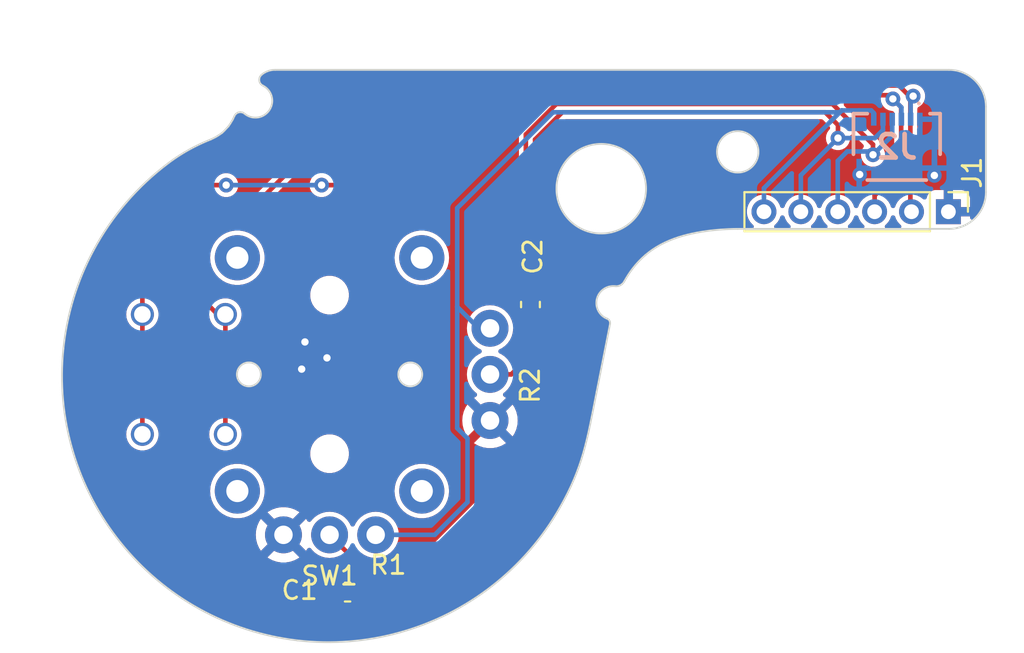
<source format=kicad_pcb>
(kicad_pcb (version 20240108) (generator "pcbnew") (generator_version "8.0")
  (layers (0 "F.Cu" signal) (31 "B.Cu" signal) (34 "B.Paste" user) (35 "F.Paste" user) (36 "B.SilkS" user "B.Silkscreen") (37 "F.SilkS" user "F.Silkscreen") (38 "B.Mask" user) (39 "F.Mask" user) (44 "Edge.Cuts" user))
  (net 0 "")
  (net 1 "GND")
  (net 2 "RS_B_IN")
  (net 3 "RS_B_OUT")
  (net 4 "RY")
  (net 5 "RX")
  (net 6 "+3V3")
  (net 7 "Net-(SW1-X_OUT)")
  (net 8 "Net-(SW1-Y_OUT)")
  (footprint "Capacitor_SMD:C_0603_1608Metric_Pad1.08x0.95mm_HandSolder" (layer "F.Cu") (at 248.1834 161.4932)
    (property "Reference" "C1" (at -2.6 -0.1 0) (layer "F.SilkS"))
    (property "Value" ".047u" (hide yes))
    (fp_line (start -0.146267 -0.51) (end 0.146267 -0.51) (stroke (width 0.12)) (layer "F.SilkS"))
    (fp_line (start -0.146267 0.51) (end 0.146267 0.51) (stroke (width 0.12)) (layer "F.SilkS"))
    (pad "1" smd roundrect (at -0.8625 0) (size 1.075 0.95) (layers "F.Cu" "F.Paste" "F.Mask") (net 1 "GND"))
    (pad "2" smd roundrect (at 0.8625 0) (size 1.075 0.95) (layers "F.Cu" "F.Paste" "F.Mask") (net 5 "RX"))
  )
  (footprint "Resistor_SMD:R_0201_0603Metric" (layer "F.Cu") (at 248.6914 160.3248)
    (property "Reference" "R1" (at 1.7 -0.3 0) (layer "F.SilkS"))
    (property "Value" "1k" (hide yes))
    (pad "1" smd roundrect (at -0.32 0) (size 0.46 0.4) (layers "F.Cu" "F.Mask") (net 7 "Net-(SW1-X_OUT)"))
    (pad "2" smd roundrect (at 0.32 0) (size 0.46 0.4) (layers "F.Cu" "F.Mask") (net 5 "RX"))
  )
  (footprint "hhl:GL1807SYAE" (layer "F.Cu") (at 247.2072 149.688518)
    (property "Reference" "SW1" (at 0 10.922 0) (layer "F.SilkS"))
    (property "Value" "GL18_SW")
    (pad "" thru_hole circle (at -5 -6.325) (size 2.45 2.45) (drill 1.2) (layers "*.Cu" "*.Mask"))
    (pad "" thru_hole circle (at -5 6.325) (size 2.45 2.45) (drill 1.2) (layers "*.Cu" "*.Mask"))
    (pad "" np_thru_hole circle (at 0 -4.3) (size 1.6 1.6) (drill 1.6) (layers "F&B.Cu" "*.Mask"))
    (pad "" np_thru_hole circle (at 0 4.3) (size 1.6 1.6) (drill 1.6) (layers "F&B.Cu" "*.Mask"))
    (pad "" thru_hole circle (at 5 -6.325) (size 2.45 2.45) (drill 1.2) (layers "*.Cu" "*.Mask"))
    (pad "" thru_hole circle (at 5 6.325) (size 2.45 2.45) (drill 1.2) (layers "*.Cu" "*.Mask"))
    (pad "S1" thru_hole circle (at -5.65 -3.25) (size 1.25 1.25) (drill 0.9) (layers "*.Cu" "*.Mask") (net 3 "RS_B_OUT"))
    (pad "S2" thru_hole circle (at -5.65 3.25) (size 1.25 1.25) (drill 0.9) (layers "*.Cu" "*.Mask") (net 3 "RS_B_OUT"))
    (pad "S3" thru_hole circle (at -10.15 -3.25) (size 1.25 1.25) (drill 0.9) (layers "*.Cu" "*.Mask") (net 2 "RS_B_IN"))
    (pad "S4" thru_hole circle (at -10.15 3.25) (size 1.25 1.25) (drill 0.9) (layers "*.Cu" "*.Mask") (net 2 "RS_B_IN"))
    (pad "X1" thru_hole circle (at -2.5 8.7) (size 2 2) (drill 1) (layers "*.Cu" "*.Mask") (net 1 "GND"))
    (pad "X2" thru_hole circle (at 0 8.7) (size 2 2) (drill 1) (layers "*.Cu" "*.Mask") (net 7 "Net-(SW1-X_OUT)"))
    (pad "X3" thru_hole circle (at 2.5 8.7) (size 2 2) (drill 1) (layers "*.Cu" "*.Mask") (net 6 "+3V3"))
    (pad "Y1" thru_hole circle (at 8.7 2.5) (size 2 2) (drill 1) (layers "*.Cu" "*.Mask") (net 1 "GND"))
    (pad "Y2" thru_hole circle (at 8.7 0) (size 2 2) (drill 1) (layers "*.Cu" "*.Mask") (net 8 "Net-(SW1-Y_OUT)"))
    (pad "Y3" thru_hole circle (at 8.7 -2.5) (size 2 2) (drill 1) (layers "*.Cu" "*.Mask") (net 6 "+3V3"))
  )
  (footprint "Connector_PinHeader_2.00mm:PinHeader_1x06_P2.00mm_Vertical" (layer "F.Cu") (at 280.761001 140.867407 -90)
    (property "Reference" "J1" (at -2.117407 -1.288999 90) (layer "F.SilkS"))
    (property "Value" "Conn_01x06_Pin" (hide yes))
    (fp_line (start -1.06 11.06) (end 1.06 11.06) (stroke (width 0.12)) (layer "F.SilkS"))
    (fp_line (start -1.06 1) (end -1.06 11.06) (stroke (width 0.12)) (layer "F.SilkS"))
    (fp_line (start -1.06 1) (end 1.06 1) (stroke (width 0.12)) (layer "F.SilkS"))
    (fp_line (start 1.06 1) (end 1.06 11.06) (stroke (width 0.12)) (layer "F.SilkS"))
    (fp_line (start -1.06 0) (end -1.06 -1.06) (stroke (width 0.12)) (layer "F.SilkS"))
    (fp_line (start -1.06 -1.06) (end 0 -1.06) (stroke (width 0.12)) (layer "F.SilkS"))
    (pad "1" thru_hole rect (at 0 0 270) (size 1.35 1.35) (drill 0.8) (layers "*.Cu" "*.Mask") (net 1 "GND"))
    (pad "2" thru_hole oval (at 0 2 270) (size 1.35 1.35) (drill 0.8) (layers "*.Cu" "*.Mask") (net 3 "RS_B_OUT"))
    (pad "3" thru_hole oval (at 0 4 270) (size 1.35 1.35) (drill 0.8) (layers "*.Cu" "*.Mask") (net 2 "RS_B_IN"))
    (pad "4" thru_hole oval (at 0 6 270) (size 1.35 1.35) (drill 0.8) (layers "*.Cu" "*.Mask") (net 4 "RY"))
    (pad "5" thru_hole oval (at 0 8 270) (size 1.35 1.35) (drill 0.8) (layers "*.Cu" "*.Mask") (net 5 "RX"))
    (pad "6" thru_hole oval (at 0 10 270) (size 1.35 1.35) (drill 0.8) (layers "*.Cu" "*.Mask") (net 6 "+3V3"))
  )
  (footprint "Capacitor_SMD:C_0603_1608Metric_Pad1.08x0.95mm_HandSolder" (layer "F.Cu") (at 258.1 145.9 -90)
    (property "Reference" "C2" (at -2.6 -0.125 90) (layer "F.SilkS"))
    (property "Value" ".047u" (hide yes))
    (fp_line (start -0.146267 0.51) (end 0.146267 0.51) (stroke (width 0.12)) (layer "F.SilkS"))
    (fp_line (start -0.146267 -0.51) (end 0.146267 -0.51) (stroke (width 0.12)) (layer "F.SilkS"))
    (pad "1" smd roundrect (at -0.8625 0 270) (size 1.075 0.95) (layers "F.Cu" "F.Paste" "F.Mask") (net 1 "GND"))
    (pad "2" smd roundrect (at 0.8625 0 270) (size 1.075 0.95) (layers "F.Cu" "F.Paste" "F.Mask") (net 4 "RY"))
  )
  (footprint "Resistor_SMD:R_0201_0603Metric" (layer "F.Cu") (at 257.8354 148.59 90)
    (property "Reference" "R2" (at -1.7 0.25 -90) (layer "F.SilkS"))
    (property "Value" "1k" (hide yes))
    (pad "1" smd roundrect (at -0.32 0 90) (size 0.46 0.4) (layers "F.Cu" "F.Mask") (net 8 "Net-(SW1-Y_OUT)"))
    (pad "2" smd roundrect (at 0.32 0 90) (size 0.46 0.4) (layers "F.Cu" "F.Mask") (net 4 "RY"))
  )
  (footprint "hhl:5034800640" (layer "B.Cu") (at 277.963716 137.350698 180)
    (property "Reference" "J2" (at 0 0 0) (layer "B.SilkS") (effects (font (size 1.27 1.27) (thickness 0.254)) (justify mirror)))
    (property "Value" "503480-0640" (hide yes))
    (fp_line (start 2.35 1.8) (end 2.35 -0.4) (stroke (width 0.2)) (layer "B.SilkS"))
    (fp_line (start 1.6 1.8) (end 2.35 1.8) (stroke (width 0.2)) (layer "B.SilkS"))
    (fp_line (start -1.2 2.4) (end -1.2 2.4) (stroke (width 0.1)) (layer "B.SilkS"))
    (fp_line (start -1.2 2.3) (end -1.2 2.3) (stroke (width 0.1)) (layer "B.SilkS"))
    (fp_line (start -1.6 -1.8) (end 1.6 -1.8) (stroke (width 0.2)) (layer "B.SilkS"))
    (fp_line (start -1.8 1.8) (end -2.35 1.8) (stroke (width 0.2)) (layer "B.SilkS"))
    (fp_line (start -2.35 1.8) (end -2.35 -0.4) (stroke (width 0.2)) (layer "B.SilkS"))
    (fp_arc (start -1.2 2.4) (mid -1.25 2.35) (end -1.2 2.3) (stroke (width 0.1)) (layer "B.SilkS"))
    (fp_arc (start -1.2 2.3) (mid -1.15 2.35) (end -1.2 2.4) (stroke (width 0.1)) (layer "B.SilkS"))
    (pad "1" smd rect (at -1.25 1.5 180) (size 0.3 0.7) (layers "B.Cu" "B.Paste" "B.Mask") (net 1 "GND"))
    (pad "2" smd rect (at -0.75 1.5 180) (size 0.3 0.7) (layers "B.Cu" "B.Paste" "B.Mask") (net 3 "RS_B_OUT"))
    (pad "3" smd rect (at -0.25 1.5 180) (size 0.3 0.7) (layers "B.Cu" "B.Paste" "B.Mask") (net 2 "RS_B_IN"))
    (pad "4" smd rect (at 0.25 1.5 180) (size 0.3 0.7) (layers "B.Cu" "B.Paste" "B.Mask") (net 4 "RY"))
    (pad "5" smd rect (at 0.75 1.5 180) (size 0.3 0.7) (layers "B.Cu" "B.Paste" "B.Mask") (net 5 "RX"))
    (pad "6" smd rect (at 1.25 1.5 180) (size 0.3 0.7) (layers "B.Cu" "B.Paste" "B.Mask") (net 6 "+3V3"))
    (pad "MP1" smd rect (at -2.04 -1.15 180) (size 0.3 1) (layers "B.Cu" "B.Paste" "B.Mask") (net 1 "GND"))
    (pad "MP2" smd rect (at 2.04 -1.15 180) (size 0.3 1) (layers "B.Cu" "B.Paste" "B.Mask") (net 1 "GND"))
  )
  (gr_curve (pts (xy 236.182716 140.373821) (xy 235.498868 141.170014) (xy 234.903887 142.038443) (xy 234.408371 142.963672)) (stroke (width 0.1)) (layer "Edge.Cuts"))
  (gr_curve (pts (xy 262.416512 146.875826) (xy 262.419466 146.901486) (xy 262.418425 146.927449) (xy 262.413427 146.952791)) (stroke (width 0.1)) (layer "Edge.Cuts"))
  (gr_curve (pts (xy 264.33381 143.213824) (xy 264.840979 142.782004) (xy 265.432345 142.469536) (xy 266.125889 142.247344)) (stroke (width 0.1)) (layer "Edge.Cuts"))
  (gr_arc (start 243.517695 133.447452) (mid 243.86174 133.246104) (end 244.25418 133.176111) (stroke (width 0.1)) (layer "Edge.Cuts"))
  (gr_curve (pts (xy 261.687781 150.631904) (xy 261.929663 149.405533) (xy 262.171545 148.179162) (xy 262.413427 146.952791)) (stroke (width 0.1)) (layer "Edge.Cuts"))
  (gr_curve (pts (xy 262.396021 146.801576) (xy 262.406646 146.825118) (xy 262.413559 146.850166) (xy 262.416512 146.875826)) (stroke (width 0.1)) (layer "Edge.Cuts"))
  (gr_curve (pts (xy 233.286784 153.849988) (xy 233.8177 155.652394) (xy 234.69568 157.33392) (xy 235.871146 158.800026)) (stroke (width 0.1)) (layer "Edge.Cuts"))
  (gr_arc (start 262.258094 146.671154) (mid 261.69711 145.598301) (end 262.689001 144.904134) (stroke (width 0.1)) (layer "Edge.Cuts"))
  (gr_curve (pts (xy 245.457574 164.109906) (xy 247.323163 164.328607) (xy 249.213601 164.181329) (xy 251.022835 163.676242)) (stroke (width 0.1)) (layer "Edge.Cuts"))
  (gr_curve (pts (xy 240.14013 162.398991) (xy 241.784364 163.309899) (xy 243.590696 163.891054) (xy 245.457574 164.109906)) (stroke (width 0.1)) (layer "Edge.Cuts"))
  (gr_arc (start 243.589841 134.027633) (mid 243.951806 135.351149) (end 242.594525 135.552392) (stroke (width 0.1)) (layer "Edge.Cuts"))
  (gr_curve (pts (xy 266.125889 142.247344) (xy 267.437638 141.827097) (xy 268.899751 141.798227) (xy 269.339269 141.798227)) (stroke (width 0.1)) (layer "Edge.Cuts"))
  (gr_curve (pts (xy 242.123835 135.571284) (xy 242.156289 135.539286) (xy 242.194682 135.513934) (xy 242.236854 135.496653)) (stroke (width 0.1)) (layer "Edge.Cuts"))
  (gr_curve (pts (xy 242.04761 135.683234) (xy 242.065487 135.641311) (xy 242.091381 135.603281) (xy 242.123835 135.571284)) (stroke (width 0.1)) (layer "Edge.Cuts"))
  (gr_curve (pts (xy 232.774982 148.296871) (xy 232.582661 150.163609) (xy 232.756548 152.049892) (xy 233.286784 153.849988)) (stroke (width 0.1)) (layer "Edge.Cuts"))
  (gr_circle (center 251.5822 149.688518) (end 250.9322 149.688518) (stroke (width 0.1)) (fill none) (layer "Edge.Cuts"))
  (gr_curve (pts (xy 234.408371 142.963672) (xy 233.522291 144.618165) (xy 232.967327 146.429893) (xy 232.774982 148.296871)) (stroke (width 0.1)) (layer "Edge.Cuts"))
  (gr_arc (start 238.47358 138.230022) (mid 239.5728 137.5156) (end 240.757606 136.954424) (stroke (width 0.1)) (layer "Edge.Cuts"))
  (gr_curve (pts (xy 262.339918 146.722765) (xy 262.363571 146.745131) (xy 262.38263 146.771904) (xy 262.396021 146.801576)) (stroke (width 0.1)) (layer "Edge.Cuts"))
  (gr_circle (center 242.8322 149.688518) (end 242.1822 149.688518) (stroke (width 0.1)) (fill none) (layer "Edge.Cuts"))
  (gr_curve (pts (xy 238.47358 138.230022) (xy 237.634302 138.859248) (xy 236.866138 139.578124) (xy 236.182716 140.373821)) (stroke (width 0.1)) (layer "Edge.Cuts"))
  (gr_line (start 269.339269 141.798227) (end 280.79541 141.798227) (stroke (width 0.1)) (layer "Edge.Cuts"))
  (gr_circle (center 261.937726 139.619733) (end 259.507726 139.619733) (stroke (width 0.1)) (fill none) (layer "Edge.Cuts"))
  (gr_curve (pts (xy 259.6752 156.938683) (xy 260.947044 154.71543) (xy 261.163485 153.290147) (xy 261.687781 150.631904)) (stroke (width 0.1)) (layer "Edge.Cuts"))
  (gr_arc (start 243.589841 134.027633) (mid 243.397445 133.756981) (end 243.517695 133.447452) (stroke (width 0.1)) (layer "Edge.Cuts"))
  (gr_line (start 280.79541 133.176111) (end 244.25418 133.176111) (stroke (width 0.1)) (layer "Edge.Cuts"))
  (gr_curve (pts (xy 251.022835 163.676242) (xy 252.834993 163.170339) (xy 254.531141 162.315171) (xy 256.015561 161.158883)) (stroke (width 0.1)) (layer "Edge.Cuts"))
  (gr_curve (pts (xy 263.180662 144.650874) (xy 263.442841 144.181174) (xy 263.796421 143.671376) (xy 264.33381 143.213824)) (stroke (width 0.1)) (layer "Edge.Cuts"))
  (gr_curve (pts (xy 235.871146 158.800026) (xy 237.046357 160.265812) (xy 238.496527 161.488432) (xy 240.14013 162.398991)) (stroke (width 0.1)) (layer "Edge.Cuts"))
  (gr_curve (pts (xy 242.04761 135.683234) (xy 242.020787 135.74614) (xy 241.992431 135.806999) (xy 241.962596 135.865913)) (stroke (width 0.1)) (layer "Edge.Cuts"))
  (gr_curve (pts (xy 263.055454 144.79838) (xy 263.004514 144.838926) (xy 262.946141 144.869136) (xy 262.88362 144.887307)) (stroke (width 0.1)) (layer "Edge.Cuts"))
  (gr_curve (pts (xy 256.015561 161.158883) (xy 257.498301 160.003905) (xy 258.741827 158.570271) (xy 259.6752 156.938683)) (stroke (width 0.1)) (layer "Edge.Cuts"))
  (gr_curve (pts (xy 242.236854 135.496653) (xy 242.279026 135.479373) (xy 242.324171 135.470494) (xy 242.369746 135.470518)) (stroke (width 0.1)) (layer "Edge.Cuts"))
  (gr_arc (start 280.79541 133.176111) (mid 282.209624 133.761897) (end 282.79541 135.176111) (stroke (width 0.1)) (layer "Edge.Cuts"))
  (gr_arc (start 282.79541 139.798227) (mid 282.209624 141.212441) (end 280.79541 141.798227) (stroke (width 0.1)) (layer "Edge.Cuts"))
  (gr_circle (center 269.339269 137.621378) (end 268.214269 137.621378) (stroke (width 0.1)) (fill none) (layer "Edge.Cuts"))
  (gr_line (start 282.79541 139.798227) (end 282.79541 135.176111) (stroke (width 0.1)) (layer "Edge.Cuts"))
  (gr_curve (pts (xy 263.180662 144.650874) (xy 263.148929 144.707724) (xy 263.106395 144.757833) (xy 263.055454 144.79838)) (stroke (width 0.1)) (layer "Edge.Cuts"))
  (gr_curve (pts (xy 241.379633 136.594202) (xy 241.133714 136.769246) (xy 241.046288 136.822058) (xy 240.757606 136.954424)) (stroke (width 0.1)) (layer "Edge.Cuts"))
  (gr_curve (pts (xy 242.369746 135.470518) (xy 242.41054 135.47054) (xy 242.451017 135.477693) (xy 242.489348 135.491654)) (stroke (width 0.1)) (layer "Edge.Cuts"))
  (gr_curve (pts (xy 241.962596 135.865913) (xy 241.845174 136.068866) (xy 241.78793 136.154711) (xy 241.72709 136.236165)) (stroke (width 0.1)) (layer "Edge.Cuts"))
  (gr_curve (pts (xy 262.258094 146.671154) (xy 262.288468 146.682866) (xy 262.316264 146.700398) (xy 262.339918 146.722765)) (stroke (width 0.1)) (layer "Edge.Cuts"))
  (gr_curve (pts (xy 242.489348 135.491654) (xy 242.527678 135.505616) (xy 242.563274 135.526171) (xy 242.594525 135.552392)) (stroke (width 0.1)) (layer "Edge.Cuts"))
  (gr_curve (pts (xy 241.72709 136.236165) (xy 241.526644 136.459897) (xy 241.45499 136.529043) (xy 241.379633 136.594202)) (stroke (width 0.1)) (layer "Edge.Cuts"))
  (gr_curve (pts (xy 262.88362 144.887307) (xy 262.820486 144.905657) (xy 262.754348 144.911375) (xy 262.689001 144.904134)) (stroke (width 0.1)) (layer "Edge.Cuts"))
  (segment (start 244.838518 158.788518) (end 244.7 158.65) (width 0.25) (layer "F.Cu") (net 1))
  (via (at 280 138.9) (size 0.8) (drill 0.4) (layers "F.Cu" "B.Cu") (net 1))
  (via (at 245.872 147.9296) (size 0.8) (drill 0.4) (layers "F.Cu" "B.Cu") (net 1))
  (via (at 245.6942 149.4028) (size 0.8) (drill 0.4) (layers "F.Cu" "B.Cu") (net 1))
  (via (at 275.95 138.85) (size 0.8) (drill 0.4) (layers "F.Cu" "B.Cu") (net 1))
  (via (at 247.0658 148.7932) (size 0.8) (drill 0.4) (layers "F.Cu" "B.Cu") (net 1))
  (segment (start 275.923716 138.500698) (end 275.923716 138.823716) (width 0.25) (layer "B.Cu") (net 1))
  (segment (start 280.003716 138.896284) (end 280 138.9) (width 0.25) (layer "B.Cu") (net 1))
  (segment (start 280.003716 138.500698) (end 280.003716 138.896284) (width 0.25) (layer "B.Cu") (net 1))
  (segment (start 244.961482 158.388518) (end 244.7 158.65) (width 0.25) (layer "B.Cu") (net 1))
  (segment (start 237.0572 142.4678) (end 237.0572 146.438518) (width 0.25) (layer "F.Cu") (net 2))
  (segment (start 277.75 134.75) (end 278.2 135.2) (width 0.25) (layer "F.Cu") (net 2))
  (segment (start 257.275 134.55) (end 252.4 139.425) (width 0.25) (layer "F.Cu") (net 2))
  (segment (start 241.6 139.425) (end 240.1 139.425) (width 0.25) (layer "F.Cu") (net 2))
  (segment (start 278.2 138.55) (end 276.761001 139.988999) (width 0.25) (layer "F.Cu") (net 2))
  (segment (start 277.55 134.55) (end 257.275 134.55) (width 0.25) (layer "F.Cu") (net 2))
  (segment (start 278.2 135.2) (end 278.2 138.55) (width 0.25) (layer "F.Cu") (net 2))
  (segment (start 276.761001 139.988999) (end 276.761001 140.867407) (width 0.25) (layer "F.Cu") (net 2))
  (segment (start 277.75 134.75) (end 277.55 134.55) (width 0.25) (layer "F.Cu") (net 2))
  (segment (start 237.0572 146.438518) (end 237.0572 152.938518) (width 0.25) (layer "F.Cu") (net 2))
  (segment (start 252.4 139.425) (end 246.775 139.425) (width 0.25) (layer "F.Cu") (net 2))
  (segment (start 240.1 139.425) (end 237.0572 142.4678) (width 0.25) (layer "F.Cu") (net 2))
  (via (at 241.6 139.425) (size 0.8) (drill 0.4) (layers "F.Cu" "B.Cu") (net 2))
  (via (at 277.75 134.75) (size 0.8) (drill 0.4) (layers "F.Cu" "B.Cu") (net 2))
  (via (at 246.775 139.425) (size 0.8) (drill 0.4) (layers "F.Cu" "B.Cu") (net 2))
  (segment (start 277.75 134.75) (end 278.213716 135.213716) (width 0.25) (layer "B.Cu") (net 2))
  (segment (start 246.775 139.425) (end 241.6 139.425) (width 0.25) (layer "B.Cu") (net 2))
  (segment (start 278.213716 135.213716) (end 278.213716 135.850698) (width 0.25) (layer "B.Cu") (net 2))
  (segment (start 242.95 140.725) (end 240.75 140.725) (width 0.25) (layer "F.Cu") (net 3))
  (segment (start 278.7 140.806406) (end 278.761001 140.867407) (width 0.25) (layer "F.Cu") (net 3))
  (segment (start 278.85 134.6) (end 278.65 134.6) (width 0.25) (layer "F.Cu") (net 3))
  (segment (start 241.5572 152.938518) (end 241.5572 146.438518) (width 0.25) (layer "F.Cu") (net 3))
  (segment (start 257.075 134.025) (end 252.575 138.525) (width 0.25) (layer "F.Cu") (net 3))
  (segment (start 278.85 134.6) (end 278.7 134.75) (width 0.25) (layer "F.Cu") (net 3))
  (segment (start 252.575 138.525) (end 245.15 138.525) (width 0.25) (layer "F.Cu") (net 3))
  (segment (start 239.3 144.6) (end 241.138518 146.438518) (width 0.25) (layer "F.Cu") (net 3))
  (segment (start 240.75 140.725) (end 239.3 142.175) (width 0.25) (layer "F.Cu") (net 3))
  (segment (start 278.65 134.6) (end 278.075 134.025) (width 0.25) (layer "F.Cu") (net 3))
  (segment (start 241.138518 146.438518) (end 241.5572 146.438518) (width 0.25) (layer "F.Cu") (net 3))
  (segment (start 278.075 134.025) (end 257.075 134.025) (width 0.25) (layer "F.Cu") (net 3))
  (segment (start 239.3 142.175) (end 239.3 144.6) (width 0.25) (layer "F.Cu") (net 3))
  (segment (start 278.7 134.75) (end 278.7 140.806406) (width 0.25) (layer "F.Cu") (net 3))
  (segment (start 245.15 138.525) (end 242.95 140.725) (width 0.25) (layer "F.Cu") (net 3))
  (via (at 278.85 134.6) (size 0.8) (drill 0.4) (layers "F.Cu" "B.Cu") (net 3))
  (segment (start 278.713716 134.736284) (end 278.713716 135.850698) (width 0.25) (layer "B.Cu") (net 3))
  (segment (start 278.85 134.6) (end 278.713716 134.736284) (width 0.25) (layer "B.Cu") (net 3))
  (segment (start 257.85 141.85) (end 259.775 143.775) (width 0.25) (layer "F.Cu") (net 4))
  (segment (start 257.85 136.675) (end 257.85 141.85) (width 0.25) (layer "F.Cu") (net 4))
  (segment (start 276.673291 137.778604) (end 276.673291 137.223291) (width 0.25) (layer "F.Cu") (net 4))
  (segment (start 274.475 135.025) (end 259.5 135.025) (width 0.25) (layer "F.Cu") (net 4))
  (segment (start 259.775 145.675) (end 258.6875 146.7625) (width 0.25) (layer "F.Cu") (net 4))
  (segment (start 258.6875 146.7625) (end 258.1 146.7625) (width 0.25) (layer "F.Cu") (net 4))
  (segment (start 259.775 143.775) (end 259.775 145.675) (width 0.25) (layer "F.Cu") (net 4))
  (segment (start 258.1 147.925) (end 258.1 146.7625) (width 0.25) (layer "F.Cu") (net 4))
  (segment (start 257.8354 148.27) (end 257.8354 148.1896) (width 0.25) (layer "F.Cu") (net 4))
  (segment (start 257.8354 148.1896) (end 258.1 147.925) (width 0.25) (layer "F.Cu") (net 4))
  (segment (start 259.5 135.025) (end 257.85 136.675) (width 0.25) (layer "F.Cu") (net 4))
  (segment (start 276.673291 137.223291) (end 274.475 135.025) (width 0.25) (layer "F.Cu") (net 4))
  (via (at 276.673291 137.778604) (size 0.8) (drill 0.4) (layers "F.Cu" "B.Cu") (net 4))
  (segment (start 276.494687 137.6) (end 275.275 137.6) (width 0.25) (layer "B.Cu") (net 4))
  (segment (start 276.673291 137.778604) (end 276.494687 137.6) (width 0.25) (layer "B.Cu") (net 4))
  (segment (start 274.761001 138.113999) (end 274.761001 140.867407) (width 0.25) (layer "B.Cu") (net 4))
  (segment (start 277.713716 136.738179) (end 277.713716 135.850698) (width 0.25) (layer "B.Cu") (net 4))
  (segment (start 276.673291 137.778604) (end 277.713716 136.738179) (width 0.25) (layer "B.Cu") (net 4))
  (segment (start 275.275 137.6) (end 274.761001 138.113999) (width 0.25) (layer "B.Cu") (net 4))
  (segment (start 260.3 150.75) (end 258 153.05) (width 0.25) (layer "F.Cu") (net 5))
  (segment (start 274.775 136.875) (end 274.775 136.1672) (width 0.25) (layer "F.Cu") (net 5))
  (segment (start 258.35 136.95) (end 258.35 141.675) (width 0.25) (layer "F.Cu") (net 5))
  (segment (start 274.0828 135.475) (end 259.825 135.475) (width 0.25) (layer "F.Cu") (net 5))
  (segment (start 250.7568 161.4932) (end 249.0459 161.4932) (width 0.25) (layer "F.Cu") (net 5))
  (segment (start 274.775 136.1672) (end 274.0828 135.475) (width 0.25) (layer "F.Cu") (net 5))
  (segment (start 259.825 135.475) (end 258.35 136.95) (width 0.25) (layer "F.Cu") (net 5))
  (segment (start 258 154.25) (end 250.7568 161.4932) (width 0.25) (layer "F.Cu") (net 5))
  (segment (start 249.0459 160.3593) (end 249.0114 160.3248) (width 0.25) (layer "F.Cu") (net 5))
  (segment (start 260.3 143.625) (end 260.3 150.75) (width 0.25) (layer "F.Cu") (net 5))
  (segment (start 249.0459 161.4932) (end 249.0459 160.3593) (width 0.25) (layer "F.Cu") (net 5))
  (segment (start 258 153.05) (end 258 154.25) (width 0.25) (layer "F.Cu") (net 5))
  (segment (start 258.35 141.675) (end 260.3 143.625) (width 0.25) (layer "F.Cu") (net 5))
  (via (at 274.775 136.875) (size 0.8) (drill 0.4) (layers "F.Cu" "B.Cu") (net 5))
  (segment (start 274.775 136.875) (end 272.761001 138.888999) (width 0.25) (layer "B.Cu") (net 5))
  (segment (start 272.761001 138.888999) (end 272.761001 140.867407) (width 0.25) (layer "B.Cu") (net 5))
  (segment (start 276.775 136.875) (end 277.213716 136.436284) (width 0.25) (layer "B.Cu") (net 5))
  (segment (start 277.213716 136.436284) (end 277.213716 135.850698) (width 0.25) (layer "B.Cu") (net 5))
  (segment (start 274.775 136.875) (end 276.775 136.875) (width 0.25) (layer "B.Cu") (net 5))
  (segment (start 254.127 140.673) (end 254.127 146.0246) (width 0.25) (layer "B.Cu") (net 6))
  (segment (start 276.575 135.375) (end 276.713716 135.513716) (width 0.25) (layer "B.Cu") (net 6))
  (segment (start 274.875 135.475) (end 259.325 135.475) (width 0.25) (layer "B.Cu") (net 6))
  (segment (start 270.761001 140.867407) (end 270.761001 139.588999) (width 0.25) (layer "B.Cu") (net 6))
  (segment (start 276.713716 135.513716) (end 276.713716 135.850698) (width 0.25) (layer "B.Cu") (net 6))
  (segment (start 270.761001 139.588999) (end 274.35 136) (width 0.25) (layer "B.Cu") (net 6))
  (segment (start 255.9072 147.188518) (end 255.290918 147.188518) (width 0.25) (layer "B.Cu") (net 6))
  (segment (start 274.975 135.375) (end 274.35 136) (width 0.25) (layer "B.Cu") (net 6))
  (segment (start 254.127 152.6032) (end 254.6858 153.162) (width 0.25) (layer "B.Cu") (net 6))
  (segment (start 254.127 146.0246) (end 254.127 152.6032) (width 0.25) (layer "B.Cu") (net 6))
  (segment (start 254.6858 156.6142) (end 252.911482 158.388518) (width 0.25) (layer "B.Cu") (net 6))
  (segment (start 255.290918 147.188518) (end 254.127 146.0246) (width 0.25) (layer "B.Cu") (net 6))
  (segment (start 274.975 135.375) (end 274.875 135.475) (width 0.25) (layer "B.Cu") (net 6))
  (segment (start 254.6858 153.162) (end 254.6858 156.6142) (width 0.25) (layer "B.Cu") (net 6))
  (segment (start 275.925 135.375) (end 274.975 135.375) (width 0.25) (layer "B.Cu") (net 6))
  (segment (start 252.911482 158.388518) (end 249.7072 158.388518) (width 0.25) (layer "B.Cu") (net 6))
  (segment (start 275.925 135.375) (end 276.575 135.375) (width 0.25) (layer "B.Cu") (net 6))
  (segment (start 259.325 135.475) (end 254.127 140.673) (width 0.25) (layer "B.Cu") (net 6))
  (segment (start 248.3714 159.552718) (end 248.3714 160.3248) (width 0.25) (layer "F.Cu") (net 7))
  (segment (start 247.2072 158.388518) (end 248.3714 159.552718) (width 0.25) (layer "F.Cu") (net 7))
  (segment (start 255.9072 149.688518) (end 257.056882 149.688518) (width 0.25) (layer "F.Cu") (net 8))
  (segment (start 257.056882 149.688518) (end 257.8354 148.91) (width 0.25) (layer "F.Cu") (net 8))
  (zone (net 1) (net_name "GND") (layers "F&B.Cu") (connect_pads (clearance 0.25)) (min_thickness 0.25) (fill yes (thermal_gap 0.5) (thermal_bridge_width 0.5) (island_removal_mode 1) (island_area_min 10))
    (polygon (pts (xy 230.7082 129.3876) (xy 284.6578 129.3876) (xy 284.861 164.7952) (xy 229.3366 164.084)))
  )
)
</source>
